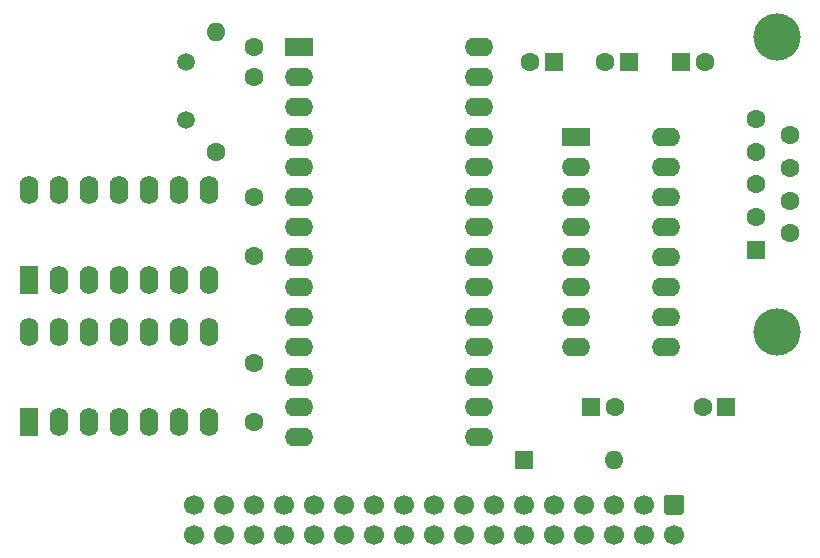
<source format=gbr>
%TF.GenerationSoftware,KiCad,Pcbnew,(5.1.10)-1*%
%TF.CreationDate,2022-01-30T13:23:49+01:00*%
%TF.ProjectId,ACIA,41434941-2e6b-4696-9361-645f70636258,1.0*%
%TF.SameCoordinates,PX6d01460PY60e4b00*%
%TF.FileFunction,Soldermask,Top*%
%TF.FilePolarity,Negative*%
%FSLAX46Y46*%
G04 Gerber Fmt 4.6, Leading zero omitted, Abs format (unit mm)*
G04 Created by KiCad (PCBNEW (5.1.10)-1) date 2022-01-30 13:23:49*
%MOMM*%
%LPD*%
G01*
G04 APERTURE LIST*
%ADD10C,4.000000*%
%ADD11C,1.600000*%
%ADD12R,1.600000X1.600000*%
%ADD13O,1.600000X1.600000*%
%ADD14C,1.500000*%
%ADD15O,2.400000X1.600000*%
%ADD16R,2.400000X1.600000*%
%ADD17O,1.600000X2.400000*%
%ADD18R,1.600000X2.400000*%
%ADD19C,1.700000*%
G04 APERTURE END LIST*
D10*
%TO.C,J2*%
X67183000Y45339000D03*
X67183000Y20345000D03*
D11*
X68245000Y37000000D03*
X68245000Y34230000D03*
X68245000Y31460000D03*
X68245000Y28690000D03*
X65405000Y38385000D03*
X65405000Y35615000D03*
X65405000Y32845000D03*
X65405000Y30075000D03*
D12*
X65405000Y27305000D03*
%TD*%
D13*
%TO.C,R1*%
X19685000Y45720000D03*
D11*
X19685000Y35560000D03*
%TD*%
%TO.C,C7*%
X53435000Y13970000D03*
D12*
X51435000Y13970000D03*
%TD*%
D11*
%TO.C,C6*%
X52610000Y43180000D03*
D12*
X54610000Y43180000D03*
%TD*%
D11*
%TO.C,C5*%
X61055000Y43180000D03*
D12*
X59055000Y43180000D03*
%TD*%
D11*
%TO.C,C4*%
X46260000Y43180000D03*
D12*
X48260000Y43180000D03*
%TD*%
D14*
%TO.C,Y1*%
X17145000Y38280000D03*
X17145000Y43180000D03*
%TD*%
D11*
%TO.C,C8*%
X22860000Y41950000D03*
X22860000Y44450000D03*
%TD*%
D15*
%TO.C,U4*%
X57785000Y36830000D03*
X50165000Y19050000D03*
X57785000Y34290000D03*
X50165000Y21590000D03*
X57785000Y31750000D03*
X50165000Y24130000D03*
X57785000Y29210000D03*
X50165000Y26670000D03*
X57785000Y26670000D03*
X50165000Y29210000D03*
X57785000Y24130000D03*
X50165000Y31750000D03*
X57785000Y21590000D03*
X50165000Y34290000D03*
X57785000Y19050000D03*
D16*
X50165000Y36830000D03*
%TD*%
D17*
%TO.C,U2*%
X3810000Y32385000D03*
X19050000Y24765000D03*
X6350000Y32385000D03*
X16510000Y24765000D03*
X8890000Y32385000D03*
X13970000Y24765000D03*
X11430000Y32385000D03*
X11430000Y24765000D03*
X13970000Y32385000D03*
X8890000Y24765000D03*
X16510000Y32385000D03*
X6350000Y24765000D03*
X19050000Y32385000D03*
D18*
X3810000Y24765000D03*
%TD*%
D15*
%TO.C,U1*%
X41910000Y44450000D03*
X26670000Y11430000D03*
X41910000Y41910000D03*
X26670000Y13970000D03*
X41910000Y39370000D03*
X26670000Y16510000D03*
X41910000Y36830000D03*
X26670000Y19050000D03*
X41910000Y34290000D03*
X26670000Y21590000D03*
X41910000Y31750000D03*
X26670000Y24130000D03*
X41910000Y29210000D03*
X26670000Y26670000D03*
X41910000Y26670000D03*
X26670000Y29210000D03*
X41910000Y24130000D03*
X26670000Y31750000D03*
X41910000Y21590000D03*
X26670000Y34290000D03*
X41910000Y19050000D03*
X26670000Y36830000D03*
X41910000Y16510000D03*
X26670000Y39370000D03*
X41910000Y13970000D03*
X26670000Y41910000D03*
X41910000Y11430000D03*
D16*
X26670000Y44450000D03*
%TD*%
D19*
%TO.C,J1*%
X17780000Y3175000D03*
X20320000Y3175000D03*
X22860000Y3175000D03*
X25400000Y3175000D03*
X27940000Y3175000D03*
X30480000Y3175000D03*
X33020000Y3175000D03*
X35560000Y3175000D03*
X38100000Y3175000D03*
X40640000Y3175000D03*
X43180000Y3175000D03*
X45720000Y3175000D03*
X48260000Y3175000D03*
X50800000Y3175000D03*
X53340000Y3175000D03*
X55880000Y3175000D03*
X58420000Y3175000D03*
X17780000Y5715000D03*
X20320000Y5715000D03*
X22860000Y5715000D03*
X25400000Y5715000D03*
X27940000Y5715000D03*
X30480000Y5715000D03*
X33020000Y5715000D03*
X35560000Y5715000D03*
X38100000Y5715000D03*
X40640000Y5715000D03*
X43180000Y5715000D03*
X45720000Y5715000D03*
X48260000Y5715000D03*
X50800000Y5715000D03*
X53340000Y5715000D03*
X55880000Y5715000D03*
G36*
G01*
X57820000Y6565000D02*
X59020000Y6565000D01*
G75*
G02*
X59270000Y6315000I0J-250000D01*
G01*
X59270000Y5115000D01*
G75*
G02*
X59020000Y4865000I-250000J0D01*
G01*
X57820000Y4865000D01*
G75*
G02*
X57570000Y5115000I0J250000D01*
G01*
X57570000Y6315000D01*
G75*
G02*
X57820000Y6565000I250000J0D01*
G01*
G37*
%TD*%
D13*
%TO.C,D1*%
X53340000Y9525000D03*
D12*
X45720000Y9525000D03*
%TD*%
D11*
%TO.C,C3*%
X22860000Y17700000D03*
X22860000Y12700000D03*
%TD*%
%TO.C,C2*%
X22860000Y31750000D03*
X22860000Y26750000D03*
%TD*%
D17*
%TO.C,U3*%
X3810000Y20320000D03*
X19050000Y12700000D03*
X6350000Y20320000D03*
X16510000Y12700000D03*
X8890000Y20320000D03*
X13970000Y12700000D03*
X11430000Y20320000D03*
X11430000Y12700000D03*
X13970000Y20320000D03*
X8890000Y12700000D03*
X16510000Y20320000D03*
X6350000Y12700000D03*
X19050000Y20320000D03*
D18*
X3810000Y12700000D03*
%TD*%
D11*
%TO.C,C1*%
X60865000Y13970000D03*
D12*
X62865000Y13970000D03*
%TD*%
M02*

</source>
